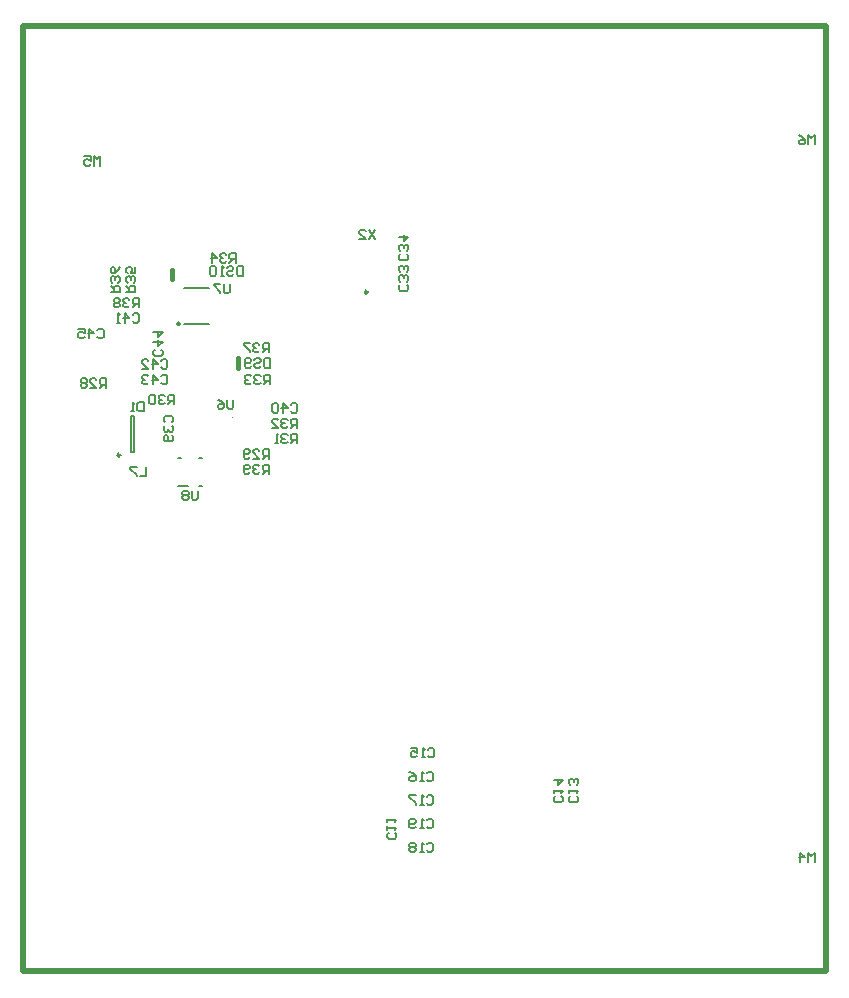
<source format=gbo>
G04 Layer_Color=32896*
%FSLAX44Y44*%
%MOMM*%
G71*
G01*
G75*
%ADD46C,0.2000*%
%ADD48C,0.1000*%
%ADD49C,0.5000*%
%ADD51C,0.1500*%
%ADD53C,0.2500*%
%ADD101C,0.2540*%
%ADD102C,0.4000*%
%ADD110C,0.1524*%
D46*
X130750Y434500D02*
X133250D01*
X149250D02*
X151750D01*
X149250Y410500D02*
X151750D01*
X130750D02*
X139250D01*
X91000Y439500D02*
X94000D01*
X91000Y470500D02*
X94000D01*
X91000Y439500D02*
Y470500D01*
X94000Y439500D02*
Y470500D01*
D48*
X176971Y468871D02*
G03*
X176971Y468871I-500J0D01*
G01*
D49*
X0Y800000D02*
X680000D01*
Y0D02*
Y800000D01*
X0Y0D02*
X680000D01*
X0D02*
Y800000D01*
D51*
X670000Y700000D02*
Y707997D01*
X667334Y705332D01*
X664668Y707997D01*
Y700000D01*
X656671Y707997D02*
X659337Y706665D01*
X662003Y703999D01*
Y701333D01*
X660670Y700000D01*
X658004D01*
X656671Y701333D01*
Y702666D01*
X658004Y703999D01*
X662003D01*
X65000Y682000D02*
Y689997D01*
X62334Y687332D01*
X59668Y689997D01*
Y682000D01*
X51671Y689997D02*
X57003D01*
Y685999D01*
X54337Y687332D01*
X53004D01*
X51671Y685999D01*
Y683333D01*
X53004Y682000D01*
X55670D01*
X57003Y683333D01*
X670000Y92500D02*
Y100497D01*
X667334Y97832D01*
X664668Y100497D01*
Y92500D01*
X658004D02*
Y100497D01*
X662003Y96499D01*
X656671D01*
X208000Y421000D02*
Y428997D01*
X204001D01*
X202668Y427664D01*
Y424999D01*
X204001Y423666D01*
X208000D01*
X205334D02*
X202668Y421000D01*
X200003Y427664D02*
X198670Y428997D01*
X196004D01*
X194671Y427664D01*
Y426332D01*
X196004Y424999D01*
X197337D01*
X196004D01*
X194671Y423666D01*
Y422333D01*
X196004Y421000D01*
X198670D01*
X200003Y422333D01*
X192005D02*
X190672Y421000D01*
X188006D01*
X186674Y422333D01*
Y427664D01*
X188006Y428997D01*
X190672D01*
X192005Y427664D01*
Y426332D01*
X190672Y424999D01*
X186674D01*
X298000Y627997D02*
X292668Y620000D01*
Y627997D02*
X298000Y620000D01*
X284671D02*
X290003D01*
X284671Y625332D01*
Y626665D01*
X286004Y627997D01*
X288670D01*
X290003Y626665D01*
X148000Y406997D02*
Y400333D01*
X146667Y399000D01*
X144001D01*
X142668Y400333D01*
Y406997D01*
X140003Y405664D02*
X138670Y406997D01*
X136004D01*
X134671Y405664D01*
Y404332D01*
X136004Y402999D01*
X134671Y401666D01*
Y400333D01*
X136004Y399000D01*
X138670D01*
X140003Y400333D01*
Y401666D01*
X138670Y402999D01*
X140003Y404332D01*
Y405664D01*
X138670Y402999D02*
X136004D01*
X175000Y581997D02*
Y575333D01*
X173667Y574000D01*
X171001D01*
X169668Y575333D01*
Y581997D01*
X167003D02*
X161671D01*
Y580664D01*
X167003Y575333D01*
Y574000D01*
X178000Y483997D02*
Y477333D01*
X176667Y476000D01*
X174001D01*
X172668Y477333D01*
Y483997D01*
X164671D02*
X167337Y482664D01*
X170003Y479999D01*
Y477333D01*
X168670Y476000D01*
X166004D01*
X164671Y477333D01*
Y478666D01*
X166004Y479999D01*
X170003D01*
X98000Y562000D02*
Y569997D01*
X94001D01*
X92668Y568665D01*
Y565999D01*
X94001Y564666D01*
X98000D01*
X95334D02*
X92668Y562000D01*
X90003Y568665D02*
X88670Y569997D01*
X86004D01*
X84671Y568665D01*
Y567332D01*
X86004Y565999D01*
X87337D01*
X86004D01*
X84671Y564666D01*
Y563333D01*
X86004Y562000D01*
X88670D01*
X90003Y563333D01*
X82005Y568665D02*
X80672Y569997D01*
X78006D01*
X76674Y568665D01*
Y567332D01*
X78006Y565999D01*
X76674Y564666D01*
Y563333D01*
X78006Y562000D01*
X80672D01*
X82005Y563333D01*
Y564666D01*
X80672Y565999D01*
X82005Y567332D01*
Y568665D01*
X80672Y565999D02*
X78006D01*
X208000Y524000D02*
Y531997D01*
X204001D01*
X202668Y530664D01*
Y527999D01*
X204001Y526666D01*
X208000D01*
X205334D02*
X202668Y524000D01*
X200003Y530664D02*
X198670Y531997D01*
X196004D01*
X194671Y530664D01*
Y529332D01*
X196004Y527999D01*
X197337D01*
X196004D01*
X194671Y526666D01*
Y525333D01*
X196004Y524000D01*
X198670D01*
X200003Y525333D01*
X192005Y531997D02*
X186674D01*
Y530664D01*
X192005Y525333D01*
Y524000D01*
X74000Y575000D02*
X81997D01*
Y578999D01*
X80665Y580332D01*
X77999D01*
X76666Y578999D01*
Y575000D01*
Y577666D02*
X74000Y580332D01*
X80665Y582997D02*
X81997Y584330D01*
Y586996D01*
X80665Y588329D01*
X79332D01*
X77999Y586996D01*
Y585663D01*
Y586996D01*
X76666Y588329D01*
X75333D01*
X74000Y586996D01*
Y584330D01*
X75333Y582997D01*
X81997Y596326D02*
X80665Y593661D01*
X77999Y590995D01*
X75333D01*
X74000Y592328D01*
Y594994D01*
X75333Y596326D01*
X76666D01*
X77999Y594994D01*
Y590995D01*
X87000Y575000D02*
X94997D01*
Y578999D01*
X93665Y580332D01*
X90999D01*
X89666Y578999D01*
Y575000D01*
Y577666D02*
X87000Y580332D01*
X93665Y582997D02*
X94997Y584330D01*
Y586996D01*
X93665Y588329D01*
X92332D01*
X90999Y586996D01*
Y585663D01*
Y586996D01*
X89666Y588329D01*
X88333D01*
X87000Y586996D01*
Y584330D01*
X88333Y582997D01*
X94997Y596326D02*
Y590995D01*
X90999D01*
X92332Y593661D01*
Y594994D01*
X90999Y596326D01*
X88333D01*
X87000Y594994D01*
Y592328D01*
X88333Y590995D01*
X180000Y600000D02*
Y607997D01*
X176001D01*
X174668Y606665D01*
Y603999D01*
X176001Y602666D01*
X180000D01*
X177334D02*
X174668Y600000D01*
X172003Y606665D02*
X170670Y607997D01*
X168004D01*
X166671Y606665D01*
Y605332D01*
X168004Y603999D01*
X169337D01*
X168004D01*
X166671Y602666D01*
Y601333D01*
X168004Y600000D01*
X170670D01*
X172003Y601333D01*
X160006Y600000D02*
Y607997D01*
X164005Y603999D01*
X158673D01*
X232000Y460000D02*
Y467997D01*
X228001D01*
X226668Y466665D01*
Y463999D01*
X228001Y462666D01*
X232000D01*
X229334D02*
X226668Y460000D01*
X224003Y466665D02*
X222670Y467997D01*
X220004D01*
X218671Y466665D01*
Y465332D01*
X220004Y463999D01*
X221337D01*
X220004D01*
X218671Y462666D01*
Y461333D01*
X220004Y460000D01*
X222670D01*
X224003Y461333D01*
X210674Y460000D02*
X216005D01*
X210674Y465332D01*
Y466665D01*
X212006Y467997D01*
X214672D01*
X216005Y466665D01*
X232000Y447000D02*
Y454997D01*
X228001D01*
X226668Y453665D01*
Y450999D01*
X228001Y449666D01*
X232000D01*
X229334D02*
X226668Y447000D01*
X224003Y453665D02*
X222670Y454997D01*
X220004D01*
X218671Y453665D01*
Y452332D01*
X220004Y450999D01*
X221337D01*
X220004D01*
X218671Y449666D01*
Y448333D01*
X220004Y447000D01*
X222670D01*
X224003Y448333D01*
X216005Y447000D02*
X213339D01*
X214672D01*
Y454997D01*
X216005Y453665D01*
X128000Y480000D02*
Y487997D01*
X124001D01*
X122668Y486665D01*
Y483999D01*
X124001Y482666D01*
X128000D01*
X125334D02*
X122668Y480000D01*
X120003Y486665D02*
X118670Y487997D01*
X116004D01*
X114671Y486665D01*
Y485332D01*
X116004Y483999D01*
X117337D01*
X116004D01*
X114671Y482666D01*
Y481333D01*
X116004Y480000D01*
X118670D01*
X120003Y481333D01*
X112005Y486665D02*
X110672Y487997D01*
X108006D01*
X106673Y486665D01*
Y481333D01*
X108006Y480000D01*
X110672D01*
X112005Y481333D01*
Y486665D01*
X208000Y434000D02*
Y441997D01*
X204001D01*
X202668Y440664D01*
Y437999D01*
X204001Y436666D01*
X208000D01*
X205334D02*
X202668Y434000D01*
X194671D02*
X200003D01*
X194671Y439332D01*
Y440664D01*
X196004Y441997D01*
X198670D01*
X200003Y440664D01*
X192005Y435333D02*
X190672Y434000D01*
X188006D01*
X186674Y435333D01*
Y440664D01*
X188006Y441997D01*
X190672D01*
X192005Y440664D01*
Y439332D01*
X190672Y437999D01*
X186674D01*
X70000Y494000D02*
Y501997D01*
X66001D01*
X64668Y500664D01*
Y497999D01*
X66001Y496666D01*
X70000D01*
X67334D02*
X64668Y494000D01*
X56671D02*
X62003D01*
X56671Y499332D01*
Y500664D01*
X58004Y501997D01*
X60670D01*
X62003Y500664D01*
X54005D02*
X52672Y501997D01*
X50006D01*
X48674Y500664D01*
Y499332D01*
X50006Y497999D01*
X48674Y496666D01*
Y495333D01*
X50006Y494000D01*
X52672D01*
X54005Y495333D01*
Y496666D01*
X52672Y497999D01*
X54005Y499332D01*
Y500664D01*
X52672Y497999D02*
X50006D01*
X104000Y426997D02*
Y419000D01*
X98668D01*
X96003Y426997D02*
X90671D01*
Y425664D01*
X96003Y420333D01*
Y419000D01*
X186000Y596997D02*
Y589000D01*
X182001D01*
X180668Y590333D01*
Y595664D01*
X182001Y596997D01*
X186000D01*
X172671Y595664D02*
X174004Y596997D01*
X176670D01*
X178003Y595664D01*
Y594332D01*
X176670Y592999D01*
X174004D01*
X172671Y591666D01*
Y590333D01*
X174004Y589000D01*
X176670D01*
X178003Y590333D01*
X170005Y589000D02*
X167339D01*
X168672D01*
Y596997D01*
X170005Y595664D01*
X163341D02*
X162008Y596997D01*
X159342D01*
X158009Y595664D01*
Y590333D01*
X159342Y589000D01*
X162008D01*
X163341Y590333D01*
Y595664D01*
X209000Y518997D02*
Y511000D01*
X205001D01*
X203668Y512333D01*
Y517664D01*
X205001Y518997D01*
X209000D01*
X195671Y517664D02*
X197004Y518997D01*
X199670D01*
X201003Y517664D01*
Y516332D01*
X199670Y514999D01*
X197004D01*
X195671Y513666D01*
Y512333D01*
X197004Y511000D01*
X199670D01*
X201003Y512333D01*
X193005D02*
X191672Y511000D01*
X189006D01*
X187673Y512333D01*
Y517664D01*
X189006Y518997D01*
X191672D01*
X193005Y517664D01*
Y516332D01*
X191672Y514999D01*
X187673D01*
X102000Y481997D02*
Y474000D01*
X98001D01*
X96668Y475333D01*
Y480664D01*
X98001Y481997D01*
X102000D01*
X94003Y474000D02*
X91337D01*
X92670D01*
Y481997D01*
X94003Y480664D01*
X62668Y542664D02*
X64001Y543997D01*
X66667D01*
X68000Y542664D01*
Y537333D01*
X66667Y536000D01*
X64001D01*
X62668Y537333D01*
X56004Y536000D02*
Y543997D01*
X60003Y539999D01*
X54671D01*
X46673Y543997D02*
X52005D01*
Y539999D01*
X49339Y541332D01*
X48006D01*
X46673Y539999D01*
Y537333D01*
X48006Y536000D01*
X50672D01*
X52005Y537333D01*
X116664Y526332D02*
X117997Y524999D01*
Y522333D01*
X116664Y521000D01*
X111333D01*
X110000Y522333D01*
Y524999D01*
X111333Y526332D01*
X110000Y532996D02*
X117997D01*
X113999Y528997D01*
Y534329D01*
X110000Y540994D02*
X117997D01*
X113999Y536995D01*
Y542326D01*
X116668Y503665D02*
X118001Y504997D01*
X120667D01*
X122000Y503665D01*
Y498333D01*
X120667Y497000D01*
X118001D01*
X116668Y498333D01*
X110004Y497000D02*
Y504997D01*
X114003Y500999D01*
X108671D01*
X106005Y503665D02*
X104672Y504997D01*
X102007D01*
X100674Y503665D01*
Y502332D01*
X102007Y500999D01*
X103339D01*
X102007D01*
X100674Y499666D01*
Y498333D01*
X102007Y497000D01*
X104672D01*
X106005Y498333D01*
X116668Y516665D02*
X118001Y517997D01*
X120667D01*
X122000Y516665D01*
Y511333D01*
X120667Y510000D01*
X118001D01*
X116668Y511333D01*
X110004Y510000D02*
Y517997D01*
X114003Y513999D01*
X108671D01*
X100674Y510000D02*
X106005D01*
X100674Y515332D01*
Y516665D01*
X102007Y517997D01*
X104672D01*
X106005Y516665D01*
X92668Y555664D02*
X94001Y556997D01*
X96667D01*
X98000Y555664D01*
Y550333D01*
X96667Y549000D01*
X94001D01*
X92668Y550333D01*
X86004Y549000D02*
Y556997D01*
X90003Y552999D01*
X84671D01*
X82005Y549000D02*
X79339D01*
X80672D01*
Y556997D01*
X82005Y555664D01*
X226668Y479664D02*
X228001Y480997D01*
X230667D01*
X232000Y479664D01*
Y474333D01*
X230667Y473000D01*
X228001D01*
X226668Y474333D01*
X220004Y473000D02*
Y480997D01*
X224003Y476999D01*
X218671D01*
X216005Y479664D02*
X214672Y480997D01*
X212006D01*
X210674Y479664D01*
Y474333D01*
X212006Y473000D01*
X214672D01*
X216005Y474333D01*
Y479664D01*
X120336Y464668D02*
X119003Y466001D01*
Y468667D01*
X120336Y470000D01*
X125667D01*
X127000Y468667D01*
Y466001D01*
X125667Y464668D01*
X120336Y462003D02*
X119003Y460670D01*
Y458004D01*
X120336Y456671D01*
X121668D01*
X123001Y458004D01*
Y459337D01*
Y458004D01*
X124334Y456671D01*
X125667D01*
X127000Y458004D01*
Y460670D01*
X125667Y462003D01*
Y454005D02*
X127000Y452672D01*
Y450006D01*
X125667Y448674D01*
X120336D01*
X119003Y450006D01*
Y452672D01*
X120336Y454005D01*
X121668D01*
X123001Y452672D01*
Y448674D01*
X324664Y607332D02*
X325997Y605999D01*
Y603333D01*
X324664Y602000D01*
X319333D01*
X318000Y603333D01*
Y605999D01*
X319333Y607332D01*
X324664Y609997D02*
X325997Y611330D01*
Y613996D01*
X324664Y615329D01*
X323332D01*
X321999Y613996D01*
Y612663D01*
Y613996D01*
X320666Y615329D01*
X319333D01*
X318000Y613996D01*
Y611330D01*
X319333Y609997D01*
X318000Y621993D02*
X325997D01*
X321999Y617995D01*
Y623326D01*
X324664Y581332D02*
X325997Y579999D01*
Y577333D01*
X324664Y576000D01*
X319333D01*
X318000Y577333D01*
Y579999D01*
X319333Y581332D01*
X324664Y583997D02*
X325997Y585330D01*
Y587996D01*
X324664Y589329D01*
X323332D01*
X321999Y587996D01*
Y586663D01*
Y587996D01*
X320666Y589329D01*
X319333D01*
X318000Y587996D01*
Y585330D01*
X319333Y583997D01*
X324664Y591995D02*
X325997Y593328D01*
Y595994D01*
X324664Y597326D01*
X323332D01*
X321999Y595994D01*
Y594661D01*
Y595994D01*
X320666Y597326D01*
X319333D01*
X318000Y595994D01*
Y593328D01*
X319333Y591995D01*
X341668Y127664D02*
X343001Y128997D01*
X345667D01*
X347000Y127664D01*
Y122333D01*
X345667Y121000D01*
X343001D01*
X341668Y122333D01*
X339003Y121000D02*
X336337D01*
X337670D01*
Y128997D01*
X339003Y127664D01*
X332338Y122333D02*
X331005Y121000D01*
X328339D01*
X327006Y122333D01*
Y127664D01*
X328339Y128997D01*
X331005D01*
X332338Y127664D01*
Y126332D01*
X331005Y124999D01*
X327006D01*
X341668Y107664D02*
X343001Y108997D01*
X345667D01*
X347000Y107664D01*
Y102333D01*
X345667Y101000D01*
X343001D01*
X341668Y102333D01*
X339003Y101000D02*
X336337D01*
X337670D01*
Y108997D01*
X339003Y107664D01*
X332338D02*
X331005Y108997D01*
X328339D01*
X327006Y107664D01*
Y106332D01*
X328339Y104999D01*
X327006Y103666D01*
Y102333D01*
X328339Y101000D01*
X331005D01*
X332338Y102333D01*
Y103666D01*
X331005Y104999D01*
X332338Y106332D01*
Y107664D01*
X331005Y104999D02*
X328339D01*
X341668Y147664D02*
X343001Y148997D01*
X345667D01*
X347000Y147664D01*
Y142333D01*
X345667Y141000D01*
X343001D01*
X341668Y142333D01*
X339003Y141000D02*
X336337D01*
X337670D01*
Y148997D01*
X339003Y147664D01*
X332338Y148997D02*
X327006D01*
Y147664D01*
X332338Y142333D01*
Y141000D01*
X341668Y167665D02*
X343001Y168997D01*
X345667D01*
X347000Y167665D01*
Y162333D01*
X345667Y161000D01*
X343001D01*
X341668Y162333D01*
X339003Y161000D02*
X336337D01*
X337670D01*
Y168997D01*
X339003Y167665D01*
X327006Y168997D02*
X329672Y167665D01*
X332338Y164999D01*
Y162333D01*
X331005Y161000D01*
X328339D01*
X327006Y162333D01*
Y163666D01*
X328339Y164999D01*
X332338D01*
X342668Y187665D02*
X344001Y188997D01*
X346667D01*
X348000Y187665D01*
Y182333D01*
X346667Y181000D01*
X344001D01*
X342668Y182333D01*
X340003Y181000D02*
X337337D01*
X338670D01*
Y188997D01*
X340003Y187665D01*
X328006Y188997D02*
X333338D01*
Y184999D01*
X330672Y186332D01*
X329339D01*
X328006Y184999D01*
Y182333D01*
X329339Y181000D01*
X332005D01*
X333338Y182333D01*
X455664Y148332D02*
X456997Y146999D01*
Y144333D01*
X455664Y143000D01*
X450333D01*
X449000Y144333D01*
Y146999D01*
X450333Y148332D01*
X449000Y150997D02*
Y153663D01*
Y152330D01*
X456997D01*
X455664Y150997D01*
X449000Y161661D02*
X456997D01*
X452999Y157662D01*
Y162994D01*
X468665Y148332D02*
X469997Y146999D01*
Y144333D01*
X468665Y143000D01*
X463333D01*
X462000Y144333D01*
Y146999D01*
X463333Y148332D01*
X462000Y150997D02*
Y153663D01*
Y152330D01*
X469997D01*
X468665Y150997D01*
Y157662D02*
X469997Y158995D01*
Y161661D01*
X468665Y162994D01*
X467332D01*
X465999Y161661D01*
Y160328D01*
Y161661D01*
X464666Y162994D01*
X463333D01*
X462000Y161661D01*
Y158995D01*
X463333Y157662D01*
X314664Y117332D02*
X315997Y115999D01*
Y113333D01*
X314664Y112000D01*
X309333D01*
X308000Y113333D01*
Y115999D01*
X309333Y117332D01*
X308000Y119997D02*
Y122663D01*
Y121330D01*
X315997D01*
X314664Y119997D01*
X308000Y126662D02*
Y129328D01*
Y127995D01*
X315997D01*
X314664Y126662D01*
X209000Y497000D02*
Y504997D01*
X205001D01*
X203668Y503665D01*
Y500999D01*
X205001Y499666D01*
X209000D01*
X206334D02*
X203668Y497000D01*
X201003Y503665D02*
X199670Y504997D01*
X197004D01*
X195671Y503665D01*
Y502332D01*
X197004Y500999D01*
X198337D01*
X197004D01*
X195671Y499666D01*
Y498333D01*
X197004Y497000D01*
X199670D01*
X201003Y498333D01*
X193005Y503665D02*
X191672Y504997D01*
X189006D01*
X187673Y503665D01*
Y502332D01*
X189006Y500999D01*
X190339D01*
X189006D01*
X187673Y499666D01*
Y498333D01*
X189006Y497000D01*
X191672D01*
X193005Y498333D01*
D53*
X291750Y575000D02*
G03*
X291750Y575000I-1250J0D01*
G01*
X82250Y437000D02*
G03*
X82250Y437000I-1250J0D01*
G01*
D101*
X132500Y548250D02*
G03*
X132500Y548250I-1000J0D01*
G01*
D102*
X126000Y586000D02*
Y594000D01*
X181500Y511000D02*
Y519000D01*
D110*
X136086Y578744D02*
X156914D01*
X136086Y547756D02*
X156914D01*
M02*

</source>
